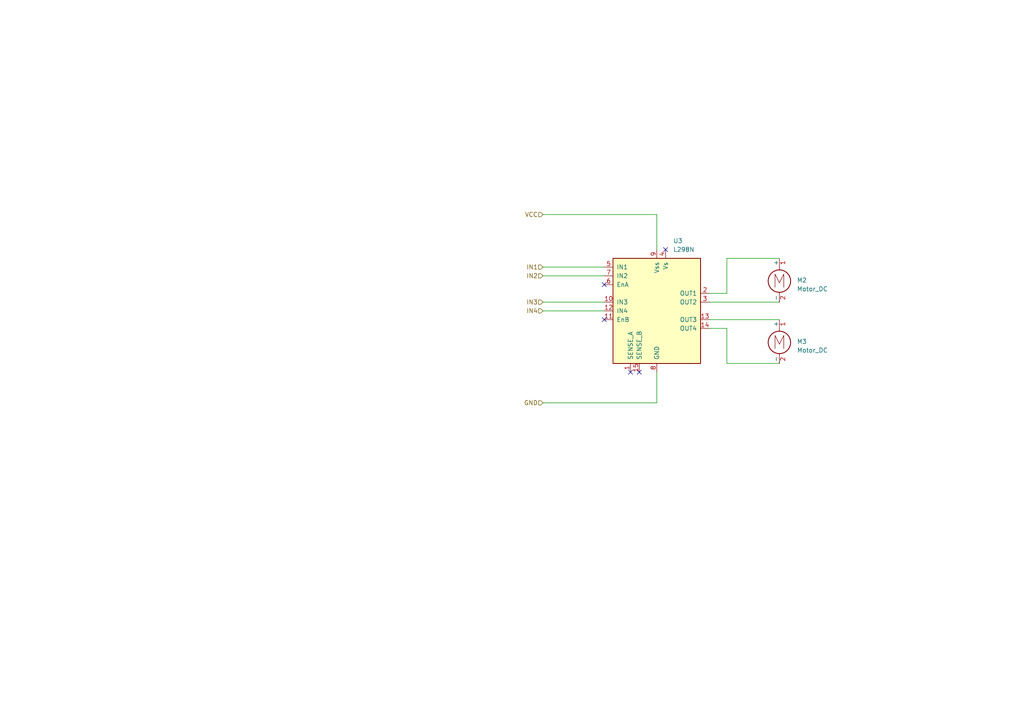
<source format=kicad_sch>
(kicad_sch (version 20230121) (generator eeschema)
  (paper "A4")
  (lib_symbols
    (symbol "Driver_Motor:L298N" (pin_names (offset 1.016))
      (property "Reference" "U" (at -10.16 16.51 0))
      (property "Value" "L298N" (at 12.7 16.51 0))
      (symbol "L298N_0_1"
        (rectangle (start -12.7 15.24) (end 12.7 -15.24) (stroke (width 0.254)) (fill (type background)))
      )
      (symbol "L298N_1_1"
        (pin power_in line (at -7.62 -17.78 90) (length 2.54) (name "SENSE_A") (number "1"))
        (pin input line (at -15.24 2.54 0) (length 2.54) (name "IN3") (number "10"))
        (pin input line (at -15.24 -2.54 0) (length 2.54) (name "EnB") (number "11"))
        (pin input line (at -15.24 0 0) (length 2.54) (name "IN4") (number "12"))
        (pin output line (at 15.24 -2.54 180) (length 2.54) (name "OUT3") (number "13"))
        (pin output line (at 15.24 -5.08 180) (length 2.54) (name "OUT4") (number "14"))
        (pin power_in line (at -5.08 -17.78 90) (length 2.54) (name "SENSE_B") (number "15"))
        (pin output line (at 15.24 5.08 180) (length 2.54) (name "OUT1") (number "2"))
        (pin output line (at 15.24 2.54 180) (length 2.54) (name "OUT2") (number "3"))
        (pin power_in line (at 2.54 17.78 270) (length 2.54) (name "Vs") (number "4"))
        (pin input line (at -15.24 12.7 0) (length 2.54) (name "IN1") (number "5"))
        (pin input line (at -15.24 7.62 0) (length 2.54) (name "EnA") (number "6"))
        (pin input line (at -15.24 10.16 0) (length 2.54) (name "IN2") (number "7"))
        (pin power_in line (at 0 -17.78 90) (length 2.54) (name "GND") (number "8"))
        (pin power_in line (at 0 17.78 270) (length 2.54) (name "Vss") (number "9"))
      )
    )
    (symbol "Motor:Motor_DC" (pin_names (offset 0))
      (property "Reference" "M" (at 2.54 2.54 0))
      (property "Value" "Motor_DC" (at 2.54 -5.08 0))
      (symbol "Motor_DC_0_0"
        (polyline (pts (xy -1.27 -3.302) (xy -1.27 0.508) (xy 0 -2.032) (xy 1.27 0.508) (xy 1.27 -3.302)))
      )
      (symbol "Motor_DC_0_1"
        (circle (center 0 -1.524) (radius 3.2512) (stroke (width 0.254)))
        (polyline (pts (xy 0 -7.62) (xy 0 -7.112)))
        (polyline (pts (xy 0 -4.7752) (xy 0 -5.1816)))
        (polyline (pts (xy 0 1.7272) (xy 0 2.0828)))
        (polyline (pts (xy 0 2.032) (xy 0 2.54)))
      )
      (symbol "Motor_DC_1_1"
        (pin passive line (at 0 5.08 270) (length 2.54) (name "+") (number "1"))
        (pin passive line (at 0 -7.62 90) (length 2.54) (name "-") (number "2"))
      )
    )
  )
  (no_connect (at 182.88 107.95))
  (no_connect (at 193.04 72.39))
  (no_connect (at 175.26 82.55))
  (no_connect (at 175.26 92.71))
  (no_connect (at 185.42 107.95))
  (wire (pts (xy 157.48 77.47) (xy 175.26 77.47)))
  (wire (pts (xy 157.48 80.01) (xy 175.26 80.01)))
  (wire (pts (xy 157.48 87.63) (xy 175.26 87.63)))
  (wire (pts (xy 205.74 92.71) (xy 226.06 92.71)))
  (wire (pts (xy 157.48 90.17) (xy 175.26 90.17)))
  (wire (pts (xy 210.82 74.93) (xy 210.82 85.09)))
  (wire (pts (xy 157.48 62.23) (xy 190.5 62.23)))
  (wire (pts (xy 210.82 105.41) (xy 226.06 105.41)))
  (wire (pts (xy 205.74 95.25) (xy 210.82 95.25)))
  (wire (pts (xy 190.5 116.84) (xy 190.5 107.95)))
  (wire (pts (xy 190.5 62.23) (xy 190.5 72.39)))
  (wire (pts (xy 210.82 95.25) (xy 210.82 105.41)))
  (wire (pts (xy 226.06 74.93) (xy 210.82 74.93)))
  (wire (pts (xy 157.48 116.84) (xy 190.5 116.84)))
  (wire (pts (xy 205.74 87.63) (xy 226.06 87.63)))
  (wire (pts (xy 210.82 85.09) (xy 205.74 85.09)))
  (hierarchical_label "IN4" (shape input) (at 157.48 90.17 180))
  (hierarchical_label "GND" (shape input) (at 157.48 116.84 180))
  (hierarchical_label "IN2" (shape input) (at 157.48 80.01 180))
  (hierarchical_label "VCC" (shape input) (at 157.48 62.23 180))
  (hierarchical_label "IN3" (shape input) (at 157.48 87.63 180))
  (hierarchical_label "IN1" (shape input) (at 157.48 77.47 180))
  (symbol (lib_id "Motor:Motor_DC") (at 226.06 80.01 0) (unit 1)
    (property "Reference" "M2" (at 231.14 81.28 0) (effects (justify left)))
    (property "Value" "Motor_DC" (at 231.14 83.82 0) (effects (justify left)))
  )
  (symbol (lib_id "Driver_Motor:L298N") (at 190.5 90.17 0) (unit 1)
    (property "Reference" "U3" (at 195.2341 69.85 0) (effects (justify left)))
    (property "Value" "L298N" (at 195.2341 72.39 0) (effects (justify left)))
    (property "Footprint" "Package_TO_SOT_THT:TO-220-15_P2.54x2.54mm_StaggerOdd_Lead4.58mm_Vertical" (effects hide))
    (property "Datasheet" "http://www.st.com/st-web-ui/static/active/en/resource/technical/document/datasheet/CD00000240.pdf" (effects hide))
  )
  (symbol (lib_id "Motor:Motor_DC") (at 226.06 97.79 0) (unit 1)
    (property "Reference" "M3" (at 231.14 99.06 0) (effects (justify left)))
    (property "Value" "Motor_DC" (at 231.14 101.6 0) (effects (justify left)))
  )
)
</source>
